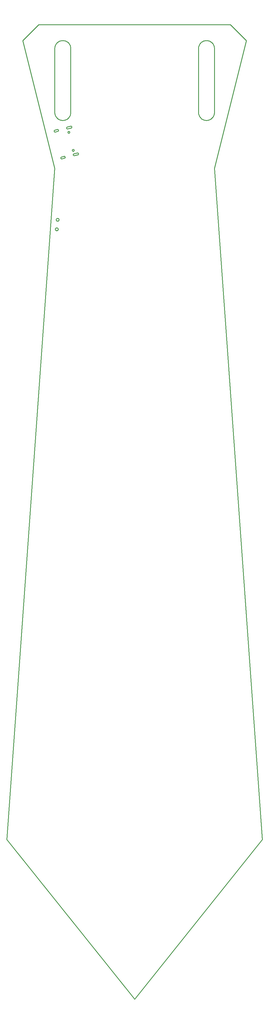
<source format=gbr>
G04 EAGLE Gerber RS-274X export*
G75*
%MOMM*%
%FSLAX34Y34*%
%LPD*%
%IN*%
%IPPOS*%
%AMOC8*
5,1,8,0,0,1.08239X$1,22.5*%
G01*
%ADD10C,0.254000*%


D10*
X-400000Y-2500000D02*
X0Y-3000000D01*
X400000Y-2500000D01*
X250000Y-400000D01*
X350000Y0D01*
X300000Y50000D01*
X-300000Y50000D01*
X-350000Y0D01*
X-250000Y-400000D01*
X-400000Y-2500000D01*
X-192273Y-357783D02*
X-192199Y-358034D01*
X-192103Y-358278D01*
X-191986Y-358512D01*
X-191849Y-358735D01*
X-191694Y-358946D01*
X-191520Y-359142D01*
X-191330Y-359322D01*
X-191126Y-359485D01*
X-190907Y-359629D01*
X-190677Y-359754D01*
X-190437Y-359858D01*
X-190189Y-359942D01*
X-189935Y-360003D01*
X-189676Y-360041D01*
X-189415Y-360057D01*
X-189153Y-360050D01*
X-188893Y-360021D01*
X-188636Y-359969D01*
X-177963Y-357307D01*
X-177712Y-357233D01*
X-177469Y-357137D01*
X-177234Y-357020D01*
X-177011Y-356884D01*
X-176801Y-356728D01*
X-176605Y-356555D01*
X-176425Y-356365D01*
X-176262Y-356160D01*
X-176117Y-355942D01*
X-175993Y-355712D01*
X-175888Y-355472D01*
X-175805Y-355223D01*
X-175744Y-354969D01*
X-175705Y-354710D01*
X-175689Y-354449D01*
X-175696Y-354187D01*
X-175726Y-353927D01*
X-175778Y-353671D01*
X-175852Y-353420D01*
X-175948Y-353176D01*
X-176065Y-352942D01*
X-176202Y-352719D01*
X-176357Y-352509D01*
X-176531Y-352313D01*
X-176721Y-352132D01*
X-176926Y-351970D01*
X-177144Y-351825D01*
X-177374Y-351700D01*
X-177614Y-351596D01*
X-177862Y-351513D01*
X-178116Y-351452D01*
X-178375Y-351413D01*
X-178637Y-351397D01*
X-178898Y-351404D01*
X-179158Y-351434D01*
X-179415Y-351486D01*
X-190088Y-354147D01*
X-190339Y-354221D01*
X-190582Y-354317D01*
X-190817Y-354434D01*
X-191040Y-354571D01*
X-191250Y-354726D01*
X-191446Y-354900D01*
X-191626Y-355090D01*
X-191789Y-355294D01*
X-191934Y-355513D01*
X-192059Y-355743D01*
X-192163Y-355983D01*
X-192246Y-356231D01*
X-192307Y-356485D01*
X-192346Y-356744D01*
X-192362Y-357005D01*
X-192355Y-357267D01*
X-192325Y-357527D01*
X-192273Y-357783D01*
X-213199Y-273853D02*
X-213125Y-274104D01*
X-213029Y-274347D01*
X-212912Y-274582D01*
X-212776Y-274805D01*
X-212620Y-275015D01*
X-212446Y-275211D01*
X-212257Y-275391D01*
X-212052Y-275554D01*
X-211834Y-275699D01*
X-211604Y-275823D01*
X-211364Y-275928D01*
X-211115Y-276011D01*
X-210861Y-276072D01*
X-210602Y-276111D01*
X-210341Y-276127D01*
X-210079Y-276120D01*
X-209819Y-276090D01*
X-209563Y-276038D01*
X-198889Y-273377D01*
X-198638Y-273303D01*
X-198395Y-273207D01*
X-198161Y-273090D01*
X-197938Y-272953D01*
X-197727Y-272797D01*
X-197531Y-272624D01*
X-197351Y-272434D01*
X-197188Y-272229D01*
X-197044Y-272011D01*
X-196919Y-271781D01*
X-196814Y-271541D01*
X-196731Y-271293D01*
X-196670Y-271038D01*
X-196632Y-270780D01*
X-196616Y-270518D01*
X-196622Y-270257D01*
X-196652Y-269997D01*
X-196704Y-269740D01*
X-196779Y-269489D01*
X-196875Y-269246D01*
X-196991Y-269012D01*
X-197128Y-268788D01*
X-197284Y-268578D01*
X-197457Y-268382D01*
X-197647Y-268202D01*
X-197852Y-268039D01*
X-198070Y-267894D01*
X-198300Y-267770D01*
X-198540Y-267665D01*
X-198788Y-267582D01*
X-199043Y-267521D01*
X-199302Y-267482D01*
X-199563Y-267466D01*
X-199824Y-267473D01*
X-200084Y-267503D01*
X-200341Y-267555D01*
X-211014Y-270216D01*
X-211265Y-270291D01*
X-211509Y-270387D01*
X-211743Y-270503D01*
X-211966Y-270640D01*
X-212176Y-270796D01*
X-212372Y-270969D01*
X-212553Y-271159D01*
X-212715Y-271364D01*
X-212860Y-271582D01*
X-212985Y-271812D01*
X-213089Y-272052D01*
X-213172Y-272300D01*
X-213233Y-272555D01*
X-213272Y-272814D01*
X-213288Y-273075D01*
X-213281Y-273336D01*
X-213251Y-273596D01*
X-213199Y-273853D01*
X-252205Y-283578D02*
X-252131Y-283829D01*
X-252035Y-284073D01*
X-251918Y-284307D01*
X-251781Y-284530D01*
X-251626Y-284740D01*
X-251452Y-284936D01*
X-251262Y-285117D01*
X-251058Y-285279D01*
X-250839Y-285424D01*
X-250609Y-285549D01*
X-250369Y-285653D01*
X-250121Y-285736D01*
X-249867Y-285797D01*
X-249608Y-285836D01*
X-249347Y-285852D01*
X-249085Y-285845D01*
X-248825Y-285815D01*
X-248569Y-285763D01*
X-240806Y-283828D01*
X-240555Y-283754D01*
X-240312Y-283658D01*
X-240078Y-283541D01*
X-239854Y-283404D01*
X-239644Y-283248D01*
X-239448Y-283075D01*
X-239268Y-282885D01*
X-239105Y-282680D01*
X-238960Y-282462D01*
X-238836Y-282232D01*
X-238731Y-281992D01*
X-238648Y-281744D01*
X-238587Y-281489D01*
X-238548Y-281231D01*
X-238532Y-280969D01*
X-238539Y-280708D01*
X-238569Y-280448D01*
X-238621Y-280191D01*
X-238695Y-279940D01*
X-238791Y-279697D01*
X-238908Y-279463D01*
X-239045Y-279239D01*
X-239201Y-279029D01*
X-239374Y-278833D01*
X-239564Y-278653D01*
X-239769Y-278490D01*
X-239987Y-278346D01*
X-240217Y-278221D01*
X-240457Y-278116D01*
X-240705Y-278033D01*
X-240960Y-277972D01*
X-241218Y-277933D01*
X-241480Y-277917D01*
X-241741Y-277924D01*
X-242001Y-277954D01*
X-242258Y-278006D01*
X-250020Y-279942D01*
X-250271Y-280016D01*
X-250515Y-280112D01*
X-250749Y-280229D01*
X-250972Y-280365D01*
X-251182Y-280521D01*
X-251378Y-280694D01*
X-251558Y-280884D01*
X-251721Y-281089D01*
X-251866Y-281307D01*
X-251991Y-281537D01*
X-252095Y-281777D01*
X-252178Y-282025D01*
X-252239Y-282280D01*
X-252278Y-282539D01*
X-252294Y-282800D01*
X-252287Y-283062D01*
X-252257Y-283322D01*
X-252205Y-283578D01*
X-231279Y-367509D02*
X-231205Y-367760D01*
X-231109Y-368003D01*
X-230992Y-368237D01*
X-230855Y-368461D01*
X-230700Y-368671D01*
X-230526Y-368867D01*
X-230336Y-369047D01*
X-230131Y-369210D01*
X-229913Y-369354D01*
X-229683Y-369479D01*
X-229443Y-369584D01*
X-229195Y-369667D01*
X-228940Y-369728D01*
X-228682Y-369767D01*
X-228420Y-369783D01*
X-228159Y-369776D01*
X-227899Y-369746D01*
X-227642Y-369694D01*
X-219880Y-367758D01*
X-219629Y-367684D01*
X-219385Y-367588D01*
X-219151Y-367471D01*
X-218928Y-367335D01*
X-218718Y-367179D01*
X-218522Y-367006D01*
X-218342Y-366816D01*
X-218179Y-366611D01*
X-218034Y-366393D01*
X-217909Y-366163D01*
X-217805Y-365923D01*
X-217722Y-365674D01*
X-217661Y-365420D01*
X-217622Y-365161D01*
X-217606Y-364900D01*
X-217613Y-364638D01*
X-217643Y-364378D01*
X-217695Y-364122D01*
X-217769Y-363871D01*
X-217865Y-363627D01*
X-217982Y-363393D01*
X-218119Y-363170D01*
X-218274Y-362960D01*
X-218448Y-362764D01*
X-218638Y-362583D01*
X-218842Y-362421D01*
X-219061Y-362276D01*
X-219291Y-362151D01*
X-219531Y-362047D01*
X-219779Y-361964D01*
X-220033Y-361903D01*
X-220292Y-361864D01*
X-220553Y-361848D01*
X-220815Y-361855D01*
X-221075Y-361885D01*
X-221331Y-361937D01*
X-229094Y-363872D01*
X-229345Y-363946D01*
X-229588Y-364042D01*
X-229822Y-364159D01*
X-230046Y-364296D01*
X-230256Y-364452D01*
X-230452Y-364625D01*
X-230632Y-364815D01*
X-230795Y-365020D01*
X-230940Y-365238D01*
X-231064Y-365468D01*
X-231169Y-365708D01*
X-231252Y-365956D01*
X-231313Y-366211D01*
X-231352Y-366469D01*
X-231368Y-366731D01*
X-231361Y-366992D01*
X-231331Y-367252D01*
X-231279Y-367509D01*
X200000Y-224600D02*
X200095Y-226779D01*
X200380Y-228941D01*
X200852Y-231070D01*
X201508Y-233151D01*
X202342Y-235165D01*
X203349Y-237100D01*
X204521Y-238939D01*
X205849Y-240670D01*
X207322Y-242278D01*
X208930Y-243751D01*
X210661Y-245079D01*
X212500Y-246251D01*
X214435Y-247258D01*
X216450Y-248092D01*
X218530Y-248748D01*
X220659Y-249220D01*
X222821Y-249505D01*
X225000Y-249600D01*
X227179Y-249505D01*
X229341Y-249220D01*
X231470Y-248748D01*
X233551Y-248092D01*
X235565Y-247258D01*
X237500Y-246251D01*
X239339Y-245079D01*
X241070Y-243751D01*
X242678Y-242278D01*
X244151Y-240670D01*
X245479Y-238939D01*
X246651Y-237100D01*
X247658Y-235165D01*
X248492Y-233151D01*
X249148Y-231070D01*
X249620Y-228941D01*
X249905Y-226779D01*
X250000Y-224600D01*
X250000Y-24600D01*
X249905Y-22421D01*
X249620Y-20259D01*
X249148Y-18130D01*
X248492Y-16050D01*
X247658Y-14035D01*
X246651Y-12100D01*
X245479Y-10261D01*
X244151Y-8530D01*
X242678Y-6922D01*
X241070Y-5449D01*
X239339Y-4121D01*
X237500Y-2949D01*
X235565Y-1942D01*
X233551Y-1108D01*
X231470Y-452D01*
X229341Y20D01*
X227179Y305D01*
X225000Y400D01*
X222821Y305D01*
X220659Y20D01*
X218530Y-452D01*
X216450Y-1108D01*
X214435Y-1942D01*
X212500Y-2949D01*
X210661Y-4121D01*
X208930Y-5449D01*
X207322Y-6922D01*
X205849Y-8530D01*
X204521Y-10261D01*
X203349Y-12100D01*
X202342Y-14035D01*
X201508Y-16050D01*
X200852Y-18130D01*
X200380Y-20259D01*
X200095Y-22421D01*
X200000Y-24600D01*
X200000Y-224600D01*
X-250000Y-224600D02*
X-249905Y-226779D01*
X-249620Y-228941D01*
X-249148Y-231070D01*
X-248492Y-233151D01*
X-247658Y-235165D01*
X-246651Y-237100D01*
X-245479Y-238939D01*
X-244151Y-240670D01*
X-242678Y-242278D01*
X-241070Y-243751D01*
X-239339Y-245079D01*
X-237500Y-246251D01*
X-235565Y-247258D01*
X-233551Y-248092D01*
X-231470Y-248748D01*
X-229341Y-249220D01*
X-227179Y-249505D01*
X-225000Y-249600D01*
X-222821Y-249505D01*
X-220659Y-249220D01*
X-218530Y-248748D01*
X-216450Y-248092D01*
X-214435Y-247258D01*
X-212500Y-246251D01*
X-210661Y-245079D01*
X-208930Y-243751D01*
X-207322Y-242278D01*
X-205849Y-240670D01*
X-204521Y-238939D01*
X-203349Y-237100D01*
X-202342Y-235165D01*
X-201508Y-233151D01*
X-200852Y-231070D01*
X-200380Y-228941D01*
X-200095Y-226779D01*
X-200000Y-224600D01*
X-200000Y-24600D01*
X-200095Y-22421D01*
X-200380Y-20259D01*
X-200852Y-18130D01*
X-201508Y-16050D01*
X-202342Y-14035D01*
X-203349Y-12100D01*
X-204521Y-10261D01*
X-205849Y-8530D01*
X-207322Y-6922D01*
X-208930Y-5449D01*
X-210661Y-4121D01*
X-212500Y-2949D01*
X-214435Y-1942D01*
X-216450Y-1108D01*
X-218530Y-452D01*
X-220659Y20D01*
X-222821Y305D01*
X-225000Y400D01*
X-227179Y305D01*
X-229341Y20D01*
X-231470Y-452D01*
X-233551Y-1108D01*
X-235565Y-1942D01*
X-237500Y-2949D01*
X-239339Y-4121D01*
X-241070Y-5449D01*
X-242678Y-6922D01*
X-244151Y-8530D01*
X-245479Y-10261D01*
X-246651Y-12100D01*
X-247658Y-14035D01*
X-248492Y-16050D01*
X-249148Y-18130D01*
X-249620Y-20259D01*
X-249905Y-22421D01*
X-250000Y-24600D01*
X-250000Y-224600D01*
X-239368Y-590337D02*
X-239393Y-589748D01*
X-239496Y-589167D01*
X-239673Y-588605D01*
X-239922Y-588070D01*
X-240239Y-587572D01*
X-240619Y-587120D01*
X-241053Y-586722D01*
X-241537Y-586384D01*
X-242060Y-586111D01*
X-242614Y-585909D01*
X-243190Y-585782D01*
X-243778Y-585730D01*
X-244367Y-585756D01*
X-244948Y-585859D01*
X-245511Y-586036D01*
X-246045Y-586285D01*
X-246543Y-586602D01*
X-246995Y-586981D01*
X-247393Y-587416D01*
X-247732Y-587899D01*
X-248004Y-588423D01*
X-248206Y-588977D01*
X-248333Y-589553D01*
X-248385Y-590141D01*
X-248359Y-590730D01*
X-248257Y-591311D01*
X-248079Y-591873D01*
X-247830Y-592408D01*
X-247513Y-592906D01*
X-247134Y-593357D01*
X-246699Y-593756D01*
X-246216Y-594094D01*
X-245692Y-594367D01*
X-245138Y-594568D01*
X-244562Y-594696D01*
X-243975Y-594748D01*
X-243385Y-594722D01*
X-242804Y-594619D01*
X-242242Y-594442D01*
X-241707Y-594193D01*
X-241210Y-593876D01*
X-240758Y-593497D01*
X-240359Y-593062D01*
X-240021Y-592578D01*
X-239748Y-592055D01*
X-239547Y-591501D01*
X-239419Y-590925D01*
X-239368Y-590337D01*
X-236755Y-560479D02*
X-236781Y-559890D01*
X-236883Y-559309D01*
X-237061Y-558747D01*
X-237310Y-558212D01*
X-237627Y-557714D01*
X-238006Y-557263D01*
X-238441Y-556864D01*
X-238924Y-556526D01*
X-239448Y-556253D01*
X-240002Y-556052D01*
X-240578Y-555924D01*
X-241166Y-555872D01*
X-241755Y-555898D01*
X-242336Y-556001D01*
X-242898Y-556178D01*
X-243433Y-556427D01*
X-243931Y-556744D01*
X-244382Y-557123D01*
X-244781Y-557558D01*
X-245119Y-558042D01*
X-245392Y-558565D01*
X-245593Y-559119D01*
X-245721Y-559695D01*
X-245772Y-560283D01*
X-245747Y-560872D01*
X-245644Y-561453D01*
X-245467Y-562015D01*
X-245218Y-562550D01*
X-244901Y-563048D01*
X-244522Y-563500D01*
X-244087Y-563898D01*
X-243603Y-564236D01*
X-243080Y-564509D01*
X-242526Y-564711D01*
X-241950Y-564838D01*
X-241362Y-564890D01*
X-240773Y-564864D01*
X-240192Y-564761D01*
X-239629Y-564584D01*
X-239095Y-564335D01*
X-238597Y-564018D01*
X-238145Y-563639D01*
X-237747Y-563204D01*
X-237409Y-562721D01*
X-237136Y-562197D01*
X-236934Y-561643D01*
X-236807Y-561067D01*
X-236755Y-560479D01*
X-205738Y-289874D02*
X-206208Y-289915D01*
X-206679Y-289882D01*
X-207140Y-289776D01*
X-207577Y-289599D01*
X-207982Y-289356D01*
X-208344Y-289052D01*
X-208654Y-288696D01*
X-208904Y-288295D01*
X-209088Y-287861D01*
X-209203Y-287402D01*
X-209244Y-286932D01*
X-209211Y-286461D01*
X-209105Y-286001D01*
X-208928Y-285563D01*
X-208685Y-285158D01*
X-208381Y-284796D01*
X-208025Y-284487D01*
X-207624Y-284236D01*
X-207190Y-284052D01*
X-206731Y-283938D01*
X-206261Y-283897D01*
X-205790Y-283929D01*
X-205330Y-284036D01*
X-204892Y-284213D01*
X-204487Y-284456D01*
X-204125Y-284759D01*
X-203816Y-285116D01*
X-203565Y-285516D01*
X-203381Y-285951D01*
X-203267Y-286409D01*
X-203226Y-286879D01*
X-203258Y-287351D01*
X-203365Y-287811D01*
X-203542Y-288248D01*
X-203785Y-288653D01*
X-204088Y-289015D01*
X-204445Y-289325D01*
X-204845Y-289575D01*
X-205280Y-289759D01*
X-205738Y-289874D01*
X-191755Y-345957D02*
X-192225Y-345998D01*
X-192696Y-345965D01*
X-193156Y-345859D01*
X-193594Y-345682D01*
X-193999Y-345439D01*
X-194361Y-345135D01*
X-194671Y-344779D01*
X-194921Y-344378D01*
X-195105Y-343944D01*
X-195220Y-343486D01*
X-195261Y-343015D01*
X-195228Y-342544D01*
X-195122Y-342084D01*
X-194945Y-341646D01*
X-194701Y-341241D01*
X-194398Y-340880D01*
X-194042Y-340570D01*
X-193641Y-340320D01*
X-193206Y-340135D01*
X-192748Y-340021D01*
X-192278Y-339980D01*
X-191807Y-340013D01*
X-191347Y-340119D01*
X-190909Y-340296D01*
X-190504Y-340539D01*
X-190142Y-340842D01*
X-189833Y-341199D01*
X-189582Y-341599D01*
X-189398Y-342034D01*
X-189284Y-342492D01*
X-189242Y-342963D01*
X-189275Y-343434D01*
X-189382Y-343894D01*
X-189558Y-344332D01*
X-189802Y-344736D01*
X-190105Y-345098D01*
X-190462Y-345408D01*
X-190862Y-345658D01*
X-191297Y-345843D01*
X-191755Y-345957D01*
M02*

</source>
